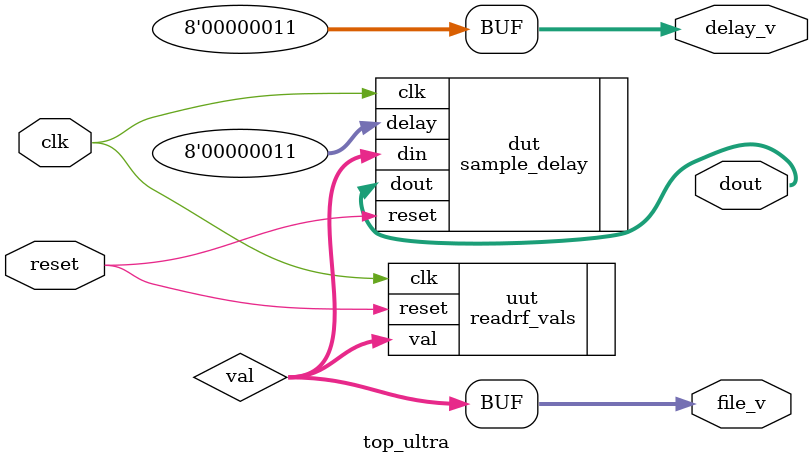
<source format=v>
module top_ultra #(
    parameter SAMPLE_DELAY = 8'd3,
    parameter DATA_WIDTH = 16
) (
    input clk,
    input reset,
    output [DATA_WIDTH-1:0] file_v,
    output [7:0] delay_v,
    output [DATA_WIDTH-1:0] dout
);

wire [15:0] val;

readrf_vals uut(
    .clk(clk),
    .reset(reset),
    .val(val)
);

sample_delay dut(
    .clk(clk),
    .reset(reset),
    .din(val),
    .delay(SAMPLE_DELAY),
    .dout(dout)
);

assign file_v = val; 
assign delay_v = SAMPLE_DELAY;

endmodule
</source>
